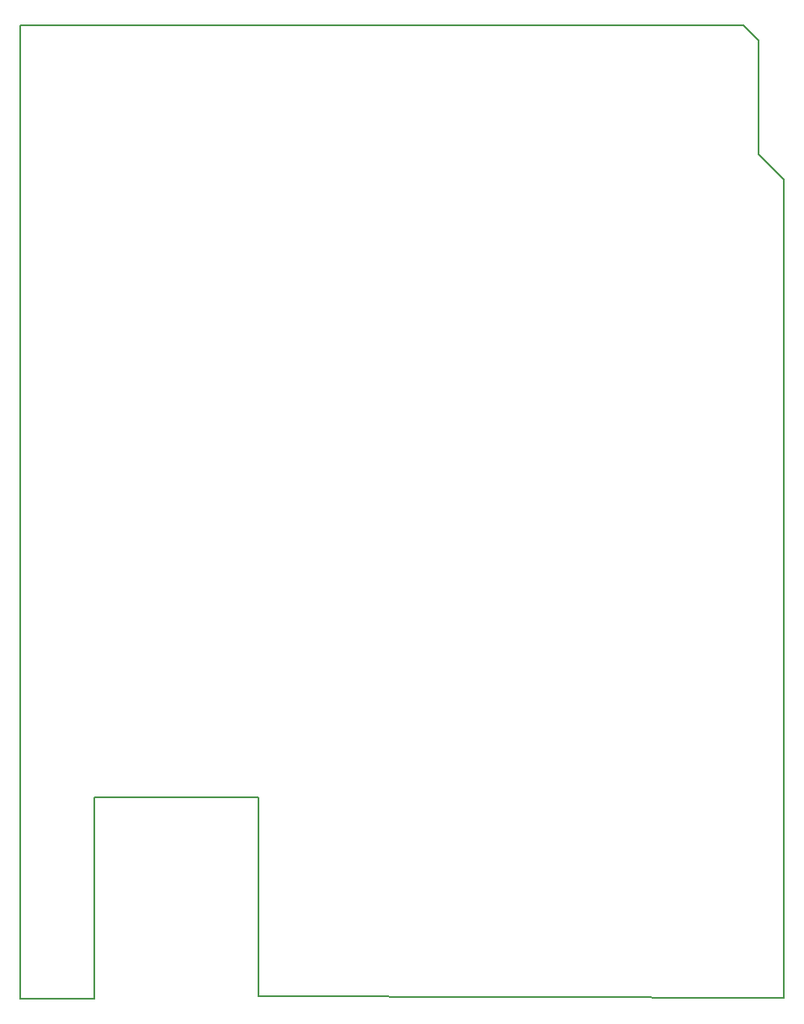
<source format=gbr>
G04 #@! TF.FileFunction,Profile,NP*
%FSLAX46Y46*%
G04 Gerber Fmt 4.6, Leading zero omitted, Abs format (unit mm)*
G04 Created by KiCad (PCBNEW (2016-08-24 BZR 7090, Git 532a5fb)-product) date 10/24/16 18:53:44*
%MOMM*%
%LPD*%
G01*
G04 APERTURE LIST*
%ADD10C,0.100000*%
%ADD11C,0.150000*%
G04 APERTURE END LIST*
D10*
D11*
X126748000Y-150615000D02*
X126748000Y-170615000D01*
X110248000Y-150615000D02*
X126748000Y-150615000D01*
X110248000Y-170865000D02*
X110248000Y-150615000D01*
X102743000Y-170815000D02*
X110248000Y-170865000D01*
X179598000Y-170765000D02*
X126748000Y-170615000D01*
X179578000Y-121285000D02*
X179598000Y-170765000D01*
X177038000Y-74549000D02*
X175514000Y-73025000D01*
X177038000Y-85979000D02*
X177038000Y-74549000D01*
X179578000Y-88519000D02*
X177038000Y-85979000D01*
X179578000Y-121285000D02*
X179578000Y-88519000D01*
X102743000Y-73025000D02*
X102743000Y-170815000D01*
X175514000Y-73025000D02*
X102743000Y-73025000D01*
M02*

</source>
